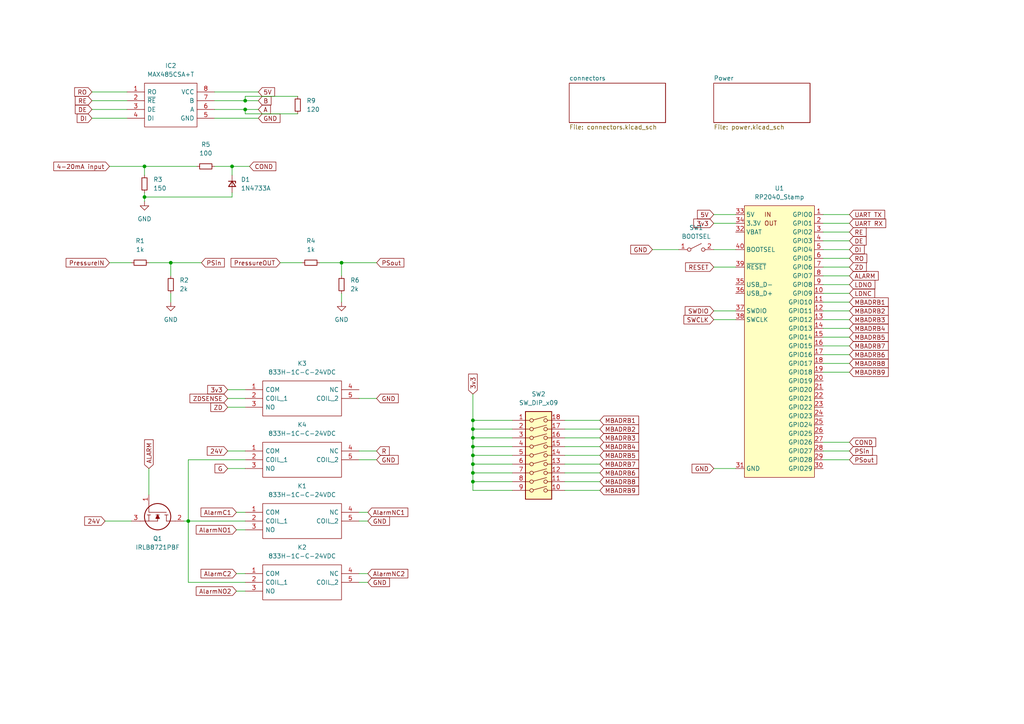
<source format=kicad_sch>
(kicad_sch (version 20211123) (generator eeschema)
  (paper "A4")
  (title_block (title "DSH-BWM") (company "DSH Belgium") (comment 1 "Leandro Marceddu"))
  (lib_symbols
    (symbol "Device:D_Zener_Small" (pin_numbers hide) (pin_names (offset 0.254) hide)
      (property "Reference" "D" (at 0 2.286 0))
      (property "Value" "D_Zener_Small" (at 0 -2.286 0))
      (symbol "D_Zener_Small_0_1"
        (polyline (pts (xy 0.762 0) (xy -0.762 0)))
        (polyline (pts (xy -0.254 1.016) (xy -0.762 1.016) (xy -0.762 -1.016)) (stroke (width 0.254)))
        (polyline (pts (xy 0.762 1.016) (xy -0.762 0) (xy 0.762 -1.016) (xy 0.762 1.016)) (stroke (width 0.254)))
      )
      (symbol "D_Zener_Small_1_1"
        (pin passive line (at -2.54 0 0) (length 1.778) (name "K") (number "1"))
        (pin passive line (at 2.54 0 180) (length 1.778) (name "A") (number "2"))
      )
    )
    (symbol "Device:R_Small" (pin_numbers hide) (pin_names (offset 0.254) hide)
      (property "Reference" "R" (at 0.762 0.508 0))
      (property "Value" "R_Small" (at 0.762 -1.016 0))
      (symbol "R_Small_0_1"
        (rectangle (start -0.762 1.778) (end 0.762 -1.778) (stroke (width 0.2032)))
      )
      (symbol "R_Small_1_1"
        (pin passive line (at 0 2.54 270) (length 0.762) (name "~") (number "1"))
        (pin passive line (at 0 -2.54 90) (length 0.762) (name "~") (number "2"))
      )
    )
    (symbol "RP2040_Stamp:RP2040_Stamp"
      (property "Reference" "U" (at 10.16 43.18 0))
      (property "Value" "RP2040_Stamp" (at 0 -38.1 0))
      (symbol "RP2040_Stamp_0_0"
        (text "IN" (at -4.445 39.37 0) (effects (font (size 1.27 1.27)) (justify left)))
        (text "OUT" (at -4.445 36.83 0) (effects (font (size 1.27 1.27)) (justify left)))
        (pin bidirectional line (at 12.7 39.37 180) (length 2.54) (name "GPIO0") (number "1"))
        (pin bidirectional line (at 12.7 16.51 180) (length 2.54) (name "GPIO9") (number "10"))
        (pin bidirectional line (at 12.7 13.97 180) (length 2.54) (name "GPIO10") (number "11"))
        (pin bidirectional line (at 12.7 11.43 180) (length 2.54) (name "GPIO11") (number "12"))
        (pin bidirectional line (at 12.7 8.89 180) (length 2.54) (name "GPIO12") (number "13"))
        (pin bidirectional line (at 12.7 6.35 180) (length 2.54) (name "GPIO13") (number "14"))
        (pin bidirectional line (at 12.7 3.81 180) (length 2.54) (name "GPIO14") (number "15"))
        (pin bidirectional line (at 12.7 1.27 180) (length 2.54) (name "GPIO15") (number "16"))
        (pin bidirectional line (at 12.7 -1.27 180) (length 2.54) (name "GPIO16") (number "17"))
        (pin bidirectional line (at 12.7 -3.81 180) (length 2.54) (name "GPIO17") (number "18"))
        (pin bidirectional line (at 12.7 -6.35 180) (length 2.54) (name "GPIO18") (number "19"))
        (pin bidirectional line (at 12.7 36.83 180) (length 2.54) (name "GPIO1") (number "2"))
        (pin bidirectional line (at 12.7 -8.89 180) (length 2.54) (name "GPIO19") (number "20"))
        (pin bidirectional line (at 12.7 -11.43 180) (length 2.54) (name "GPIO20") (number "21"))
        (pin bidirectional line (at 12.7 -13.97 180) (length 2.54) (name "GPIO21") (number "22"))
        (pin bidirectional line (at 12.7 -16.51 180) (length 2.54) (name "GPIO22") (number "23"))
        (pin bidirectional line (at 12.7 -19.05 180) (length 2.54) (name "GPIO23") (number "24"))
        (pin bidirectional line (at 12.7 -21.59 180) (length 2.54) (name "GPIO24") (number "25"))
        (pin bidirectional line (at 12.7 -24.13 180) (length 2.54) (name "GPIO25") (number "26"))
        (pin bidirectional line (at 12.7 -26.67 180) (length 2.54) (name "GPIO26") (number "27"))
        (pin bidirectional line (at 12.7 -29.21 180) (length 2.54) (name "GPIO27") (number "28"))
        (pin bidirectional line (at 12.7 -31.75 180) (length 2.54) (name "GPIO28") (number "29"))
        (pin bidirectional line (at 12.7 34.29 180) (length 2.54) (name "GPIO2") (number "3"))
        (pin bidirectional line (at 12.7 -34.29 180) (length 2.54) (name "GPIO29") (number "30"))
        (pin power_in line (at -12.7 -34.29 0) (length 2.54) (name "GND") (number "31"))
        (pin power_in line (at -12.7 34.29 0) (length 2.54) (name "VBAT") (number "32"))
        (pin power_in line (at -12.7 39.37 0) (length 2.54) (name "5V") (number "33"))
        (pin power_out line (at -12.7 36.83 0) (length 2.54) (name "3.3V") (number "34"))
        (pin bidirectional line (at -12.7 19.05 0) (length 2.54) (name "USB_D-") (number "35"))
        (pin bidirectional line (at -12.7 16.51 0) (length 2.54) (name "USB_D+") (number "36"))
        (pin bidirectional line (at -12.7 11.43 0) (length 2.54) (name "SWDIO") (number "37"))
        (pin input line (at -12.7 8.89 0) (length 2.54) (name "SWCLK") (number "38"))
        (pin bidirectional line (at -12.7 24.13 0) (length 2.54) (name "~{RESET}") (number "39"))
        (pin bidirectional line (at 12.7 31.75 180) (length 2.54) (name "GPIO3") (number "4"))
        (pin input line (at -12.7 29.21 0) (length 2.54) (name "BOOTSEL") (number "40"))
        (pin bidirectional line (at 12.7 29.21 180) (length 2.54) (name "GPIO4") (number "5"))
        (pin bidirectional line (at 12.7 26.67 180) (length 2.54) (name "GPIO5") (number "6"))
        (pin bidirectional line (at 12.7 24.13 180) (length 2.54) (name "GPIO6") (number "7"))
        (pin bidirectional line (at 12.7 21.59 180) (length 2.54) (name "GPIO7") (number "8"))
        (pin bidirectional line (at 12.7 19.05 180) (length 2.54) (name "GPIO8") (number "9"))
      )
      (symbol "RP2040_Stamp_0_1"
        (rectangle (start -10.16 41.91) (end 10.16 -36.83) (stroke (width 0.1524)) (fill (type background)))
      )
    )
    (symbol "SamacSys_Parts:833H-1C-C-24VDC" (pin_names (offset 0.762))
      (property "Reference" "K?" (at 16.51 7.62 0))
      (property "Value" "833H-1C-C-24VDC" (at 16.51 5.08 0))
      (symbol "833H-1C-C-24VDC_0_0"
        (pin passive line (at 0 0 0) (length 5.08) (name "COM") (number "1"))
        (pin passive line (at 0 -2.54 0) (length 5.08) (name "COIL_1") (number "2"))
        (pin passive line (at 0 -5.08 0) (length 5.08) (name "NO") (number "3"))
        (pin passive line (at 33.02 0 180) (length 5.08) (name "NC") (number "4"))
        (pin passive line (at 33.02 -2.54 180) (length 5.08) (name "COIL_2") (number "5"))
      )
      (symbol "833H-1C-C-24VDC_0_1"
        (polyline (pts (xy 5.08 2.54) (xy 27.94 2.54) (xy 27.94 -7.62) (xy 5.08 -7.62) (xy 5.08 2.54)) (stroke (width 0.1524)))
      )
    )
    (symbol "SamacSys_Parts:IRLB8721PBF" (pin_names (offset 0.762))
      (property "Reference" "Q" (at 11.43 3.81 0))
      (property "Value" "IRLB8721PBF" (at 11.43 1.27 0))
      (symbol "IRLB8721PBF_0_0"
        (pin passive line (at 0 0 0) (length 2.54) (name "~") (number "1"))
        (pin passive line (at 7.62 10.16 270) (length 2.54) (name "~") (number "2"))
        (pin passive line (at 7.62 -5.08 90) (length 2.54) (name "~") (number "3"))
      )
      (symbol "IRLB8721PBF_0_1"
        (polyline (pts (xy 5.842 -0.508) (xy 5.842 0.508)) (stroke (width 0.1524)))
        (polyline (pts (xy 5.842 0) (xy 7.62 0)) (stroke (width 0.1524)))
        (polyline (pts (xy 5.842 2.032) (xy 5.842 3.048)) (stroke (width 0.1524)))
        (polyline (pts (xy 5.842 5.588) (xy 5.842 4.572)) (stroke (width 0.1524)))
        (polyline (pts (xy 7.62 2.54) (xy 5.842 2.54)) (stroke (width 0.1524)))
        (polyline (pts (xy 7.62 2.54) (xy 7.62 -2.54)) (stroke (width 0.1524)))
        (polyline (pts (xy 7.62 5.08) (xy 5.842 5.08)) (stroke (width 0.1524)))
        (polyline (pts (xy 7.62 5.08) (xy 7.62 7.62)) (stroke (width 0.1524)))
        (polyline (pts (xy 2.54 0) (xy 5.08 0) (xy 5.08 5.08)) (stroke (width 0.1524)))
        (polyline (pts (xy 5.842 2.54) (xy 6.858 3.048) (xy 6.858 2.032) (xy 5.842 2.54)) (stroke (width 0.254)) (fill (type outline)))
        (circle (center 6.35 2.54) (radius 3.81) (stroke (width 0.254)))
      )
    )
    (symbol "SamacSys_Parts:MAX485CSA+T" (pin_names (offset 0.762))
      (property "Reference" "IC" (at 21.59 7.62 0))
      (property "Value" "MAX485CSA+T" (at 21.59 5.08 0))
      (symbol "MAX485CSA+T_0_0"
        (pin passive line (at 0 0 0) (length 5.08) (name "RO") (number "1"))
        (pin passive line (at 0 -2.54 0) (length 5.08) (name "~{RE}") (number "2"))
        (pin passive line (at 0 -5.08 0) (length 5.08) (name "DE") (number "3"))
        (pin passive line (at 0 -7.62 0) (length 5.08) (name "DI") (number "4"))
        (pin passive line (at 25.4 -7.62 180) (length 5.08) (name "GND") (number "5"))
        (pin passive line (at 25.4 -5.08 180) (length 5.08) (name "A") (number "6"))
        (pin passive line (at 25.4 -2.54 180) (length 5.08) (name "B") (number "7"))
        (pin passive line (at 25.4 0 180) (length 5.08) (name "VCC") (number "8"))
      )
      (symbol "MAX485CSA+T_0_1"
        (polyline (pts (xy 5.08 2.54) (xy 20.32 2.54) (xy 20.32 -10.16) (xy 5.08 -10.16) (xy 5.08 2.54)) (stroke (width 0.1524)))
      )
    )
    (symbol "Switch:SW_DIP_x09" (pin_names (offset 0) hide)
      (property "Reference" "SW" (at 0 13.97 0))
      (property "Value" "SW_DIP_x09" (at 0 -13.97 0))
      (symbol "SW_DIP_x09_0_0"
        (circle (center -2.032 -10.16) (radius 0.508))
        (circle (center -2.032 -7.62) (radius 0.508))
        (circle (center -2.032 -5.08) (radius 0.508))
        (circle (center -2.032 -2.54) (radius 0.508))
        (circle (center -2.032 0) (radius 0.508))
        (circle (center -2.032 2.54) (radius 0.508))
        (circle (center -2.032 5.08) (radius 0.508))
        (circle (center -2.032 7.62) (radius 0.508))
        (circle (center -2.032 10.16) (radius 0.508))
        (polyline (pts (xy -1.524 -10.0076) (xy 2.3622 -8.9662)))
        (polyline (pts (xy -1.524 -7.4676) (xy 2.3622 -6.4262)))
        (polyline (pts (xy -1.524 -4.9276) (xy 2.3622 -3.8862)))
        (polyline (pts (xy -1.524 -2.3876) (xy 2.3622 -1.3462)))
        (polyline (pts (xy -1.524 0.127) (xy 2.3622 1.1684)))
        (polyline (pts (xy -1.524 2.667) (xy 2.3622 3.7084)))
        (polyline (pts (xy -1.524 5.207) (xy 2.3622 6.2484)))
        (polyline (pts (xy -1.524 7.747) (xy 2.3622 8.7884)))
        (polyline (pts (xy -1.524 10.287) (xy 2.3622 11.3284)))
        (circle (center 2.032 -10.16) (radius 0.508))
        (circle (center 2.032 -7.62) (radius 0.508))
        (circle (center 2.032 -5.08) (radius 0.508))
        (circle (center 2.032 -2.54) (radius 0.508))
        (circle (center 2.032 0) (radius 0.508))
        (circle (center 2.032 2.54) (radius 0.508))
        (circle (center 2.032 5.08) (radius 0.508))
        (circle (center 2.032 7.62) (radius 0.508))
        (circle (center 2.032 10.16) (radius 0.508))
      )
      (symbol "SW_DIP_x09_0_1"
        (rectangle (start -3.81 12.7) (end 3.81 -12.7) (stroke (width 0.254)) (fill (type background)))
      )
      (symbol "SW_DIP_x09_1_1"
        (pin passive line (at -7.62 10.16 0) (length 5.08) (name "~") (number "1"))
        (pin passive line (at 7.62 -10.16 180) (length 5.08) (name "~") (number "10"))
        (pin passive line (at 7.62 -7.62 180) (length 5.08) (name "~") (number "11"))
        (pin passive line (at 7.62 -5.08 180) (length 5.08) (name "~") (number "12"))
        (pin passive line (at 7.62 -2.54 180) (length 5.08) (name "~") (number "13"))
        (pin passive line (at 7.62 0 180) (length 5.08) (name "~") (number "14"))
        (pin passive line (at 7.62 2.54 180) (length 5.08) (name "~") (number "15"))
        (pin passive line (at 7.62 5.08 180) (length 5.08) (name "~") (number "16"))
        (pin passive line (at 7.62 7.62 180) (length 5.08) (name "~") (number "17"))
        (pin passive line (at 7.62 10.16 180) (length 5.08) (name "~") (number "18"))
        (pin passive line (at -7.62 7.62 0) (length 5.08) (name "~") (number "2"))
        (pin passive line (at -7.62 5.08 0) (length 5.08) (name "~") (number "3"))
        (pin passive line (at -7.62 2.54 0) (length 5.08) (name "~") (number "4"))
        (pin passive line (at -7.62 0 0) (length 5.08) (name "~") (number "5"))
        (pin passive line (at -7.62 -2.54 0) (length 5.08) (name "~") (number "6"))
        (pin passive line (at -7.62 -5.08 0) (length 5.08) (name "~") (number "7"))
        (pin passive line (at -7.62 -7.62 0) (length 5.08) (name "~") (number "8"))
        (pin passive line (at -7.62 -10.16 0) (length 5.08) (name "~") (number "9"))
      )
    )
    (symbol "Switch:SW_SPST" (pin_names (offset 0) hide)
      (property "Reference" "SW" (at 0 3.175 0))
      (property "Value" "SW_SPST" (at 0 -2.54 0))
      (symbol "SW_SPST_0_0"
        (circle (center -2.032 0) (radius 0.508))
        (polyline (pts (xy -1.524 0.254) (xy 1.524 1.778)))
        (circle (center 2.032 0) (radius 0.508))
      )
      (symbol "SW_SPST_1_1"
        (pin passive line (at -5.08 0 0) (length 2.54) (name "A") (number "1"))
        (pin passive line (at 5.08 0 180) (length 2.54) (name "B") (number "2"))
      )
    )
    (symbol "power:GND" (power) (pin_names (offset 0))
      (property "Value" "GND" (at 0 -3.81 0))
      (symbol "GND_0_1"
        (polyline (pts (xy 0 0) (xy 0 -1.27) (xy 1.27 -1.27) (xy 0 -2.54) (xy -1.27 -1.27) (xy 0 -1.27)))
      )
      (symbol "GND_1_1"
        (pin power_in line (at 0 0 270) (length 0) hide (name "GND") (number "1"))
      )
    )
  )
  (junction (at 54.61 151.13))
  (junction (at 137.16 129.54))
  (junction (at 137.16 134.62))
  (junction (at 49.53 76.2))
  (junction (at 137.16 121.92))
  (junction (at 137.16 124.46))
  (junction (at 41.91 57.15))
  (junction (at 41.91 48.26))
  (junction (at 137.16 139.7))
  (junction (at 99.06 76.2))
  (junction (at 137.16 137.16))
  (junction (at 137.16 132.08))
  (junction (at 67.31 48.26))
  (junction (at 71.12 29.21))
  (junction (at 137.16 127))
  (junction (at 71.12 31.75))
  (wire (pts (xy 137.16 134.62) (xy 148.59 134.62)))
  (wire (pts (xy 71.12 31.75) (xy 74.93 31.75)))
  (wire (pts (xy 238.76 92.71) (xy 246.38 92.71)))
  (wire (pts (xy 31.75 48.26) (xy 41.91 48.26)))
  (wire (pts (xy 66.04 115.57) (xy 71.12 115.57)))
  (wire (pts (xy 207.01 92.71) (xy 213.36 92.71)))
  (wire (pts (xy 163.83 129.54) (xy 173.99 129.54)))
  (wire (pts (xy 53.34 151.13) (xy 54.61 151.13)))
  (wire (pts (xy 238.76 69.85) (xy 246.38 69.85)))
  (wire (pts (xy 137.16 137.16) (xy 137.16 139.7)))
  (wire (pts (xy 238.76 80.01) (xy 246.38 80.01)))
  (wire (pts (xy 62.23 34.29) (xy 74.93 34.29)))
  (wire (pts (xy 26.67 34.29) (xy 36.83 34.29)))
  (wire (pts (xy 54.61 133.35) (xy 54.61 151.13)))
  (wire (pts (xy 31.75 76.2) (xy 38.1 76.2)))
  (wire (pts (xy 163.83 124.46) (xy 173.99 124.46)))
  (wire (pts (xy 207.01 77.47) (xy 213.36 77.47)))
  (wire (pts (xy 41.91 48.26) (xy 41.91 50.8)))
  (wire (pts (xy 54.61 168.91) (xy 71.12 168.91)))
  (wire (pts (xy 137.16 132.08) (xy 137.16 134.62)))
  (wire (pts (xy 207.01 135.89) (xy 213.36 135.89)))
  (wire (pts (xy 41.91 57.15) (xy 41.91 58.42)))
  (wire (pts (xy 26.67 26.67) (xy 36.83 26.67)))
  (wire (pts (xy 238.76 130.81) (xy 246.38 130.81)))
  (wire (pts (xy 54.61 168.91) (xy 54.61 151.13)))
  (wire (pts (xy 54.61 151.13) (xy 71.12 151.13)))
  (wire (pts (xy 66.04 130.81) (xy 71.12 130.81)))
  (wire (pts (xy 26.67 31.75) (xy 36.83 31.75)))
  (wire (pts (xy 137.16 134.62) (xy 137.16 137.16)))
  (wire (pts (xy 67.31 48.26) (xy 72.39 48.26)))
  (wire (pts (xy 238.76 82.55) (xy 246.38 82.55)))
  (wire (pts (xy 67.31 50.8) (xy 67.31 48.26)))
  (wire (pts (xy 41.91 48.26) (xy 57.15 48.26)))
  (wire (pts (xy 163.83 121.92) (xy 173.99 121.92)))
  (wire (pts (xy 238.76 105.41) (xy 246.38 105.41)))
  (wire (pts (xy 137.16 129.54) (xy 137.16 132.08)))
  (wire (pts (xy 238.76 128.27) (xy 246.38 128.27)))
  (wire (pts (xy 41.91 57.15) (xy 67.31 57.15)))
  (wire (pts (xy 66.04 118.11) (xy 71.12 118.11)))
  (wire (pts (xy 137.16 127) (xy 137.16 129.54)))
  (wire (pts (xy 238.76 107.95) (xy 246.38 107.95)))
  (wire (pts (xy 137.16 121.92) (xy 137.16 124.46)))
  (wire (pts (xy 238.76 95.25) (xy 246.38 95.25)))
  (wire (pts (xy 238.76 72.39) (xy 246.38 72.39)))
  (wire (pts (xy 163.83 127) (xy 173.99 127)))
  (wire (pts (xy 137.16 124.46) (xy 148.59 124.46)))
  (wire (pts (xy 104.14 151.13) (xy 106.68 151.13)))
  (wire (pts (xy 38.1 151.13) (xy 30.48 151.13)))
  (wire (pts (xy 41.91 55.88) (xy 41.91 57.15)))
  (wire (pts (xy 207.01 72.39) (xy 213.36 72.39)))
  (wire (pts (xy 71.12 171.45) (xy 68.58 171.45)))
  (wire (pts (xy 81.28 76.2) (xy 87.63 76.2)))
  (wire (pts (xy 238.76 64.77) (xy 246.38 64.77)))
  (wire (pts (xy 163.83 132.08) (xy 173.99 132.08)))
  (wire (pts (xy 238.76 85.09) (xy 246.38 85.09)))
  (wire (pts (xy 207.01 90.17) (xy 213.36 90.17)))
  (wire (pts (xy 62.23 48.26) (xy 67.31 48.26)))
  (wire (pts (xy 71.12 29.21) (xy 74.93 29.21)))
  (wire (pts (xy 68.58 166.37) (xy 71.12 166.37)))
  (wire (pts (xy 238.76 133.35) (xy 246.38 133.35)))
  (wire (pts (xy 238.76 77.47) (xy 246.38 77.47)))
  (wire (pts (xy 104.14 115.57) (xy 109.22 115.57)))
  (wire (pts (xy 207.01 62.23) (xy 213.36 62.23)))
  (wire (pts (xy 104.14 130.81) (xy 109.22 130.81)))
  (wire (pts (xy 86.36 27.94) (xy 71.12 27.94)))
  (wire (pts (xy 163.83 134.62) (xy 173.99 134.62)))
  (wire (pts (xy 104.14 168.91) (xy 106.68 168.91)))
  (wire (pts (xy 163.83 142.24) (xy 173.99 142.24)))
  (wire (pts (xy 238.76 74.93) (xy 246.38 74.93)))
  (wire (pts (xy 238.76 102.87) (xy 246.38 102.87)))
  (wire (pts (xy 189.23 72.39) (xy 196.85 72.39)))
  (wire (pts (xy 137.16 142.24) (xy 148.59 142.24)))
  (wire (pts (xy 238.76 97.79) (xy 246.38 97.79)))
  (wire (pts (xy 238.76 62.23) (xy 246.38 62.23)))
  (wire (pts (xy 106.68 148.59) (xy 104.14 148.59)))
  (wire (pts (xy 99.06 85.09) (xy 99.06 87.63)))
  (wire (pts (xy 163.83 139.7) (xy 173.99 139.7)))
  (wire (pts (xy 137.16 139.7) (xy 137.16 142.24)))
  (wire (pts (xy 49.53 76.2) (xy 58.42 76.2)))
  (wire (pts (xy 137.16 132.08) (xy 148.59 132.08)))
  (wire (pts (xy 137.16 124.46) (xy 137.16 127)))
  (wire (pts (xy 86.36 33.02) (xy 71.12 33.02)))
  (wire (pts (xy 99.06 76.2) (xy 99.06 80.01)))
  (wire (pts (xy 238.76 67.31) (xy 246.38 67.31)))
  (wire (pts (xy 71.12 153.67) (xy 68.58 153.67)))
  (wire (pts (xy 71.12 33.02) (xy 71.12 31.75)))
  (wire (pts (xy 104.14 133.35) (xy 109.22 133.35)))
  (wire (pts (xy 238.76 87.63) (xy 246.38 87.63)))
  (wire (pts (xy 54.61 133.35) (xy 71.12 133.35)))
  (wire (pts (xy 207.01 64.77) (xy 213.36 64.77)))
  (wire (pts (xy 71.12 27.94) (xy 71.12 29.21)))
  (wire (pts (xy 26.67 29.21) (xy 36.83 29.21)))
  (wire (pts (xy 163.83 137.16) (xy 173.99 137.16)))
  (wire (pts (xy 62.23 31.75) (xy 71.12 31.75)))
  (wire (pts (xy 62.23 29.21) (xy 71.12 29.21)))
  (wire (pts (xy 43.18 143.51) (xy 43.18 135.89)))
  (wire (pts (xy 238.76 90.17) (xy 246.38 90.17)))
  (wire (pts (xy 68.58 148.59) (xy 71.12 148.59)))
  (wire (pts (xy 137.16 139.7) (xy 148.59 139.7)))
  (wire (pts (xy 66.04 135.89) (xy 71.12 135.89)))
  (wire (pts (xy 106.68 166.37) (xy 104.14 166.37)))
  (wire (pts (xy 137.16 137.16) (xy 148.59 137.16)))
  (wire (pts (xy 137.16 129.54) (xy 148.59 129.54)))
  (wire (pts (xy 43.18 76.2) (xy 49.53 76.2)))
  (wire (pts (xy 238.76 100.33) (xy 246.38 100.33)))
  (wire (pts (xy 62.23 26.67) (xy 74.93 26.67)))
  (wire (pts (xy 66.04 113.03) (xy 71.12 113.03)))
  (wire (pts (xy 92.71 76.2) (xy 99.06 76.2)))
  (wire (pts (xy 67.31 57.15) (xy 67.31 55.88)))
  (wire (pts (xy 49.53 76.2) (xy 49.53 80.01)))
  (wire (pts (xy 137.16 114.3) (xy 137.16 121.92)))
  (wire (pts (xy 99.06 76.2) (xy 109.22 76.2)))
  (wire (pts (xy 49.53 85.09) (xy 49.53 87.63)))
  (wire (pts (xy 137.16 127) (xy 148.59 127)))
  (wire (pts (xy 137.16 121.92) (xy 148.59 121.92)))
  (global_label "GND" (shape input) (at 109.22 133.35 0) (property "Intersheet References" "${INTERSHEET_REFS}" (effects hide)))
  (global_label "SWDIO" (shape input) (at 207.01 90.17 180) (property "Intersheet References" "${INTERSHEET_REFS}" (effects hide)))
  (global_label "R" (shape input) (at 109.22 130.81 0) (property "Intersheet References" "${INTERSHEET_REFS}" (effects hide)))
  (global_label "RE" (shape input) (at 246.38 67.31 0) (property "Intersheet References" "${INTERSHEET_REFS}" (effects hide)))
  (global_label "5V" (shape input) (at 207.01 62.23 180) (property "Intersheet References" "${INTERSHEET_REFS}" (effects hide)))
  (global_label "RO" (shape input) (at 26.67 26.67 180) (property "Intersheet References" "${INTERSHEET_REFS}" (effects hide)))
  (global_label "PressureIN" (shape input) (at 31.75 76.2 180) (property "Intersheet References" "${INTERSHEET_REFS}" (effects hide)))
  (global_label "GND" (shape input) (at 106.68 168.91 0) (property "Intersheet References" "${INTERSHEET_REFS}" (effects hide)))
  (global_label "PSin" (shape input) (at 58.42 76.2 0) (property "Intersheet References" "${INTERSHEET_REFS}" (effects hide)))
  (global_label "MBADRB2" (shape input) (at 173.99 124.46 0) (property "Intersheet References" "${INTERSHEET_REFS}" (effects hide)))
  (global_label "GND" (shape input) (at 109.22 115.57 0) (property "Intersheet References" "${INTERSHEET_REFS}" (effects hide)))
  (global_label "MBADRB8" (shape input) (at 246.38 105.41 0) (property "Intersheet References" "${INTERSHEET_REFS}" (effects hide)))
  (global_label "AlarmNC2" (shape input) (at 106.68 166.37 0) (property "Intersheet References" "${INTERSHEET_REFS}" (effects hide)))
  (global_label "MBADRB7" (shape input) (at 246.38 100.33 0) (property "Intersheet References" "${INTERSHEET_REFS}" (effects hide)))
  (global_label "ALARM" (shape input) (at 43.18 135.89 90) (property "Intersheet References" "${INTERSHEET_REFS}" (effects hide)))
  (global_label "UART TX" (shape input) (at 246.38 62.23 0) (property "Intersheet References" "${INTERSHEET_REFS}" (effects hide)))
  (global_label "PSout" (shape input) (at 109.22 76.2 0) (property "Intersheet References" "${INTERSHEET_REFS}" (effects hide)))
  (global_label "MBADRB4" (shape input) (at 246.38 95.25 0) (property "Intersheet References" "${INTERSHEET_REFS}" (effects hide)))
  (global_label "MBADRB3" (shape input) (at 173.99 127 0) (property "Intersheet References" "${INTERSHEET_REFS}" (effects hide)))
  (global_label "LDNO" (shape input) (at 246.38 82.55 0) (property "Intersheet References" "${INTERSHEET_REFS}" (effects hide)))
  (global_label "DE" (shape input) (at 246.38 69.85 0) (property "Intersheet References" "${INTERSHEET_REFS}" (effects hide)))
  (global_label "MBADRB6" (shape input) (at 246.38 102.87 0) (property "Intersheet References" "${INTERSHEET_REFS}" (effects hide)))
  (global_label "AlarmNO1" (shape input) (at 68.58 153.67 180) (property "Intersheet References" "${INTERSHEET_REFS}" (effects hide)))
  (global_label "24V" (shape input) (at 66.04 130.81 180) (property "Intersheet References" "${INTERSHEET_REFS}" (effects hide)))
  (global_label "DI" (shape input) (at 26.67 34.29 180) (property "Intersheet References" "${INTERSHEET_REFS}" (effects hide)))
  (global_label "24V" (shape input) (at 30.48 151.13 180) (property "Intersheet References" "${INTERSHEET_REFS}" (effects hide)))
  (global_label "MBADRB9" (shape input) (at 173.99 142.24 0) (property "Intersheet References" "${INTERSHEET_REFS}" (effects hide)))
  (global_label "PSin" (shape input) (at 246.38 130.81 0) (property "Intersheet References" "${INTERSHEET_REFS}" (effects hide)))
  (global_label "ZDSENSE" (shape input) (at 66.04 115.57 180) (property "Intersheet References" "${INTERSHEET_REFS}" (effects hide)))
  (global_label "MBADRB1" (shape input) (at 173.99 121.92 0) (property "Intersheet References" "${INTERSHEET_REFS}" (effects hide)))
  (global_label "PSout" (shape input) (at 246.38 133.35 0) (property "Intersheet References" "${INTERSHEET_REFS}" (effects hide)))
  (global_label "PressureOUT" (shape input) (at 81.28 76.2 180) (property "Intersheet References" "${INTERSHEET_REFS}" (effects hide)))
  (global_label "SWCLK" (shape input) (at 207.01 92.71 180) (property "Intersheet References" "${INTERSHEET_REFS}" (effects hide)))
  (global_label "ZD" (shape input) (at 66.04 118.11 180) (property "Intersheet References" "${INTERSHEET_REFS}" (effects hide)))
  (global_label "MBADRB1" (shape input) (at 246.38 87.63 0) (property "Intersheet References" "${INTERSHEET_REFS}" (effects hide)))
  (global_label "MBADRB7" (shape input) (at 173.99 134.62 0) (property "Intersheet References" "${INTERSHEET_REFS}" (effects hide)))
  (global_label "UART RX" (shape input) (at 246.38 64.77 0) (property "Intersheet References" "${INTERSHEET_REFS}" (effects hide)))
  (global_label "3v3" (shape input) (at 137.16 114.3 90) (property "Intersheet References" "${INTERSHEET_REFS}" (effects hide)))
  (global_label "RESET" (shape input) (at 207.01 77.47 180) (property "Intersheet References" "${INTERSHEET_REFS}" (effects hide)))
  (global_label "MBADRB3" (shape input) (at 246.38 92.71 0) (property "Intersheet References" "${INTERSHEET_REFS}" (effects hide)))
  (global_label "G" (shape input) (at 66.04 135.89 180) (property "Intersheet References" "${INTERSHEET_REFS}" (effects hide)))
  (global_label "ZD" (shape input) (at 246.38 77.47 0) (property "Intersheet References" "${INTERSHEET_REFS}" (effects hide)))
  (global_label "AlarmNC1" (shape input) (at 106.68 148.59 0) (property "Intersheet References" "${INTERSHEET_REFS}" (effects hide)))
  (global_label "GND" (shape input) (at 189.23 72.39 180) (property "Intersheet References" "${INTERSHEET_REFS}" (effects hide)))
  (global_label "GND" (shape input) (at 106.68 151.13 0) (property "Intersheet References" "${INTERSHEET_REFS}" (effects hide)))
  (global_label "DI" (shape input) (at 246.38 72.39 0) (property "Intersheet References" "${INTERSHEET_REFS}" (effects hide)))
  (global_label "MBADRB5" (shape input) (at 173.99 132.08 0) (property "Intersheet References" "${INTERSHEET_REFS}" (effects hide)))
  (global_label "GND" (shape input) (at 74.93 34.29 0) (property "Intersheet References" "${INTERSHEET_REFS}" (effects hide)))
  (global_label "MBADRB2" (shape input) (at 246.38 90.17 0) (property "Intersheet References" "${INTERSHEET_REFS}" (effects hide)))
  (global_label "3v3" (shape input) (at 66.04 113.03 180) (property "Intersheet References" "${INTERSHEET_REFS}" (effects hide)))
  (global_label "AlarmC1" (shape input) (at 68.58 148.59 180) (property "Intersheet References" "${INTERSHEET_REFS}" (effects hide)))
  (global_label "MBADRB4" (shape input) (at 173.99 129.54 0) (property "Intersheet References" "${INTERSHEET_REFS}" (effects hide)))
  (global_label "RE" (shape input) (at 26.67 29.21 180) (property "Intersheet References" "${INTERSHEET_REFS}" (effects hide)))
  (global_label "ALARM" (shape input) (at 246.38 80.01 0) (property "Intersheet References" "${INTERSHEET_REFS}" (effects hide)))
  (global_label "GND" (shape input) (at 207.01 135.89 180) (property "Intersheet References" "${INTERSHEET_REFS}" (effects hide)))
  (global_label "4-20mA input" (shape input) (at 31.75 48.26 180) (property "Intersheet References" "${INTERSHEET_REFS}" (effects hide)))
  (global_label "AlarmNO2" (shape input) (at 68.58 171.45 180) (property "Intersheet References" "${INTERSHEET_REFS}" (effects hide)))
  (global_label "DE" (shape input) (at 26.67 31.75 180) (property "Intersheet References" "${INTERSHEET_REFS}" (effects hide)))
  (global_label "COND" (shape input) (at 72.39 48.26 0) (property "Intersheet References" "${INTERSHEET_REFS}" (effects hide)))
  (global_label "3v3" (shape input) (at 207.01 64.77 180) (property "Intersheet References" "${INTERSHEET_REFS}" (effects hide)))
  (global_label "RO" (shape input) (at 246.38 74.93 0) (property "Intersheet References" "${INTERSHEET_REFS}" (effects hide)))
  (global_label "5V" (shape input) (at 74.93 26.67 0) (property "Intersheet References" "${INTERSHEET_REFS}" (effects hide)))
  (global_label "MBADRB8" (shape input) (at 173.99 139.7 0) (property "Intersheet References" "${INTERSHEET_REFS}" (effects hide)))
  (global_label "AlarmC2" (shape input) (at 68.58 166.37 180) (property "Intersheet References" "${INTERSHEET_REFS}" (effects hide)))
  (global_label "MBADRB9" (shape input) (at 246.38 107.95 0) (property "Intersheet References" "${INTERSHEET_REFS}" (effects hide)))
  (global_label "COND" (shape input) (at 246.38 128.27 0) (property "Intersheet References" "${INTERSHEET_REFS}" (effects hide)))
  (global_label "MBADRB6" (shape input) (at 173.99 137.16 0) (property "Intersheet References" "${INTERSHEET_REFS}" (effects hide)))
  (global_label "B" (shape input) (at 74.93 29.21 0) (property "Intersheet References" "${INTERSHEET_REFS}" (effects hide)))
  (global_label "LDNC" (shape input) (at 246.38 85.09 0) (property "Intersheet References" "${INTERSHEET_REFS}" (effects hide)))
  (global_label "A" (shape input) (at 74.93 31.75 0) (property "Intersheet References" "${INTERSHEET_REFS}" (effects hide)))
  (global_label "MBADRB5" (shape input) (at 246.38 97.79 0) (property "Intersheet References" "${INTERSHEET_REFS}" (effects hide)))
  (symbol (lib_id "Device:R_Small") (at 90.17 76.2 90) (unit 1)
    (property "Reference" "R4" (at 90.17 69.85 90))
    (property "Value" "1k" (at 90.17 72.39 90))
    (property "Footprint" "Resistor_SMD:R_0805_2012Metric" (effects hide))
  )
  (symbol (lib_id "SamacSys_Parts:IRLB8721PBF") (at 43.18 143.51 270) (unit 1)
    (property "Reference" "Q1" (at 45.72 156.21 90))
    (property "Value" "IRLB8721PBF" (at 45.72 158.75 90))
    (property "Footprint" "SamacSys_Parts:TO254P483X1016X1994-3P" (effects hide))
    (property "Datasheet" "http://uk.rs-online.com/web/p/products/7259322" (effects hide))
    (property "Description" "Infineon IRLB8721PBF N-Channel MOSFET, 62 A, 30 V HEXFET, 3-Pin TO-220AB" (effects hide))
    (property "Height" "4.83" (effects hide))
    (property "Manufacturer_Name" "Infineon" (effects hide))
    (property "Manufacturer_Part_Number" "IRLB8721PBF" (effects hide))
    (property "Mouser Part Number" "942-IRLB8721PBF" (effects hide))
    (property "Mouser Price/Stock" "https://www.mouser.co.uk/ProductDetail/Infineon-IR/IRLB8721PBF?qs=9%252BKlkBgLFf0T58WYx%2FAl5A%3D%3D" (effects hide))
    (property "Arrow Part Number" "IRLB8721PBF" (effects hide))
    (property "Arrow Price/Stock" "https://www.arrow.com/en/products/irlb8721pbf/infineon-technologies-ag?region=nac" (effects hide))
  )
  (symbol (lib_id "power:GND") (at 49.53 87.63 0) (unit 1)
    (property "Reference" "#PWR02" (effects hide))
    (property "Value" "GND" (at 49.53 92.71 0))
  )
  (symbol (lib_id "Device:R_Small") (at 41.91 53.34 0) (unit 1)
    (property "Reference" "R3" (at 44.45 52.0699 0) (effects (justify left)))
    (property "Value" "150" (at 44.45 54.6099 0) (effects (justify left)))
    (property "Footprint" "Resistor_SMD:R_0805_2012Metric" (effects hide))
    (property "JLC" "0402WGF1500TCE" (effects hide))
  )
  (symbol (lib_id "Device:D_Zener_Small") (at 67.31 53.34 270) (unit 1)
    (property "Reference" "D1" (at 69.85 52.0699 90) (effects (justify left)))
    (property "Value" "1N4733A" (at 69.85 54.6099 90) (effects (justify left)))
    (property "Footprint" "SamacSys_Parts:DIOAD1380W86L436D236" (effects hide))
  )
  (symbol (lib_id "Switch:SW_DIP_x09") (at 156.21 132.08 0) (unit 1)
    (property "Reference" "SW2" (at 156.21 114.3 0))
    (property "Value" "SW_DIP_x09" (at 156.21 116.84 0))
    (property "Footprint" "Button_Switch_THT:SW_DIP_SPSTx09_Slide_6.7x24.42mm_W7.62mm_P2.54mm_LowProfile" (effects hide))
  )
  (symbol (lib_id "SamacSys_Parts:833H-1C-C-24VDC") (at 71.12 113.03 0) (unit 1)
    (property "Reference" "K3" (at 87.63 105.41 0))
    (property "Value" "833H-1C-C-24VDC" (at 87.63 107.95 0))
    (property "Footprint" "SamacSys_Parts:833H1CC24VDC" (effects hide))
    (property "Datasheet" "http://www.mouser.com/datasheet/2/378/20119191320287145-4912.pdf" (effects hide))
    (property "Description" "General Purpose Relays 24Vdc 10A Sugar Cube" (effects hide))
    (property "Height" "15.5" (effects hide))
    (property "Manufacturer_Name" "Song Chuan" (effects hide))
    (property "Manufacturer_Part_Number" "833H-1C-C-24VDC" (effects hide))
    (property "Mouser Part Number" "893-833H-1C-C-24VDC" (effects hide))
    (property "Mouser Price/Stock" "https://www.mouser.co.uk/ProductDetail/Song-Chuan/833H-1C-C-24VDC?qs=X4N6sOTYzkje4qMV5zTylg%3D%3D" (effects hide))
  )
  (symbol (lib_id "Switch:SW_SPST") (at 201.93 72.39 0) (unit 1)
    (property "Reference" "SW1" (at 201.93 66.04 0))
    (property "Value" "BOOTSEL" (at 201.93 68.58 0))
    (property "Footprint" "Button_Switch_SMD:SW_SPST_B3U-1000P" (effects hide))
  )
  (symbol (lib_id "power:GND") (at 41.91 58.42 0) (unit 1)
    (property "Reference" "#PWR01" (effects hide))
    (property "Value" "GND" (at 41.91 63.5 0))
  )
  (symbol (lib_id "Device:R_Small") (at 49.53 82.55 180) (unit 1)
    (property "Reference" "R2" (at 52.07 81.2799 0) (effects (justify right)))
    (property "Value" "2k" (at 52.07 83.8199 0) (effects (justify right)))
    (property "Footprint" "Resistor_SMD:R_0805_2012Metric" (effects hide))
  )
  (symbol (lib_id "SamacSys_Parts:833H-1C-C-24VDC") (at 71.12 166.37 0) (unit 1)
    (property "Reference" "K2" (at 87.63 158.75 0))
    (property "Value" "833H-1C-C-24VDC" (at 87.63 161.29 0))
    (property "Footprint" "SamacSys_Parts:833H1CC24VDC" (effects hide))
    (property "Datasheet" "http://www.mouser.com/datasheet/2/378/20119191320287145-4912.pdf" (effects hide))
    (property "Description" "General Purpose Relays 24Vdc 10A Sugar Cube" (effects hide))
    (property "Height" "15.5" (effects hide))
    (property "Manufacturer_Name" "Song Chuan" (effects hide))
    (property "Manufacturer_Part_Number" "833H-1C-C-24VDC" (effects hide))
    (property "Mouser Part Number" "893-833H-1C-C-24VDC" (effects hide))
    (property "Mouser Price/Stock" "https://www.mouser.co.uk/ProductDetail/Song-Chuan/833H-1C-C-24VDC?qs=X4N6sOTYzkje4qMV5zTylg%3D%3D" (effects hide))
  )
  (symbol (lib_id "Device:R_Small") (at 86.36 30.48 0) (unit 1)
    (property "Reference" "R9" (at 88.9 29.2099 0) (effects (justify left)))
    (property "Value" "120" (at 88.9 31.7499 0) (effects (justify left)))
    (property "Footprint" "Resistor_SMD:R_0805_2012Metric" (effects hide))
  )
  (symbol (lib_id "Device:R_Small") (at 40.64 76.2 90) (unit 1)
    (property "Reference" "R1" (at 40.64 69.85 90))
    (property "Value" "1k" (at 40.64 72.39 90))
    (property "Footprint" "Resistor_SMD:R_0805_2012Metric" (effects hide))
  )
  (symbol (lib_id "RP2040_Stamp:RP2040_Stamp") (at 226.06 101.6 0) (unit 1)
    (property "Reference" "U1" (at 226.06 54.61 0))
    (property "Value" "RP2040_Stamp" (at 226.06 57.15 0))
    (property "Footprint" "SamacSys_Parts:RP2040_Stamp_SMD" (effects hide))
  )
  (symbol (lib_id "SamacSys_Parts:833H-1C-C-24VDC") (at 71.12 130.81 0) (unit 1)
    (property "Reference" "K4" (at 87.63 123.19 0))
    (property "Value" "833H-1C-C-24VDC" (at 87.63 125.73 0))
    (property "Footprint" "SamacSys_Parts:833H1CC24VDC" (effects hide))
    (property "Datasheet" "http://www.mouser.com/datasheet/2/378/20119191320287145-4912.pdf" (effects hide))
    (property "Description" "General Purpose Relays 24Vdc 10A Sugar Cube" (effects hide))
    (property "Height" "15.5" (effects hide))
    (property "Manufacturer_Name" "Song Chuan" (effects hide))
    (property "Manufacturer_Part_Number" "833H-1C-C-24VDC" (effects hide))
    (property "Mouser Part Number" "893-833H-1C-C-24VDC" (effects hide))
    (property "Mouser Price/Stock" "https://www.mouser.co.uk/ProductDetail/Song-Chuan/833H-1C-C-24VDC?qs=X4N6sOTYzkje4qMV5zTylg%3D%3D" (effects hide))
  )
  (symbol (lib_id "SamacSys_Parts:MAX485CSA+T") (at 36.83 26.67 0) (unit 1)
    (property "Reference" "IC2" (at 49.53 19.05 0))
    (property "Value" "MAX485CSA+T" (at 49.53 21.59 0))
    (property "Footprint" "SamacSys_Parts:SOIC127P600X175-8N" (effects hide))
    (property "Datasheet" "https://datasheets.maximintegrated.com/en/ds/MAX1487-MAX491.pdf" (effects hide))
    (property "Description" "RS-422/RS-485 Interface IC Low-Power, Slew-Rate-Limited RS-485/RS-422 Transceivers" (effects hide))
    (property "Height" "1.75" (effects hide))
    (property "Manufacturer_Name" "Maxim Integrated" (effects hide))
    (property "Manufacturer_Part_Number" "MAX485CSA+T" (effects hide))
    (property "Mouser Part Number" "700-MAX485CSAT" (effects hide))
    (property "Mouser Price/Stock" "https://www.mouser.co.uk/ProductDetail/Maxim-Integrated/MAX485CSA%2bT?qs=LHmEVA8xxfYLnNxfn7yuwQ%3D%3D" (effects hide))
    (property "Arrow Part Number" "MAX485CSA+T" (effects hide))
    (property "Arrow Price/Stock" "https://www.arrow.com/en/products/max485csat/maxim-integrated?region=nac" (effects hide))
  )
  (symbol (lib_id "Device:R_Small") (at 99.06 82.55 180) (unit 1)
    (property "Reference" "R6" (at 101.6 81.2799 0) (effects (justify right)))
    (property "Value" "2k" (at 101.6 83.8199 0) (effects (justify right)))
    (property "Footprint" "Resistor_SMD:R_0805_2012Metric" (effects hide))
  )
  (symbol (lib_id "Device:R_Small") (at 59.69 48.26 90) (unit 1)
    (property "Reference" "R5" (at 59.69 41.91 90))
    (property "Value" "100" (at 59.69 44.45 90))
    (property "Footprint" "Resistor_SMD:R_0805_2012Metric" (effects hide))
  )
  (symbol (lib_id "SamacSys_Parts:833H-1C-C-24VDC") (at 71.12 148.59 0) (unit 1)
    (property "Reference" "K1" (at 87.63 140.97 0))
    (property "Value" "833H-1C-C-24VDC" (at 87.63 143.51 0))
    (property "Footprint" "SamacSys_Parts:833H1CC24VDC" (effects hide))
    (property "Datasheet" "http://www.mouser.com/datasheet/2/378/20119191320287145-4912.pdf" (effects hide))
    (property "Description" "General Purpose Relays 24Vdc 10A Sugar Cube" (effects hide))
    (property "Height" "15.5" (effects hide))
    (property "Manufacturer_Name" "Song Chuan" (effects hide))
    (property "Manufacturer_Part_Number" "833H-1C-C-24VDC" (effects hide))
    (property "Mouser Part Number" "893-833H-1C-C-24VDC" (effects hide))
    (property "Mouser Price/Stock" "https://www.mouser.co.uk/ProductDetail/Song-Chuan/833H-1C-C-24VDC?qs=X4N6sOTYzkje4qMV5zTylg%3D%3D" (effects hide))
  )
  (symbol (lib_id "power:GND") (at 99.06 87.63 0) (unit 1)
    (property "Reference" "#PWR03" (effects hide))
    (property "Value" "GND" (at 99.06 92.71 0))
  )
  (sheet (at 207.01 24.13) (size 27.94 11.43) (stroke (width 0.1524))
    (property "Sheet name" "Power" (at 207.01 23.4184 0) (effects (justify left bottom)))
    (property "Sheet file" "power.kicad_sch" (at 207.01 36.1446 0) (effects (justify left top)))
  )
  (sheet (at 165.1 24.13) (size 27.94 11.43) (stroke (width 0.1524))
    (property "Sheet name" "connectors" (at 165.1 23.4184 0) (effects (justify left bottom)))
    (property "Sheet file" "connectors.kicad_sch" (at 165.1 36.1446 0) (effects (justify left top)))
  )
)
</source>
